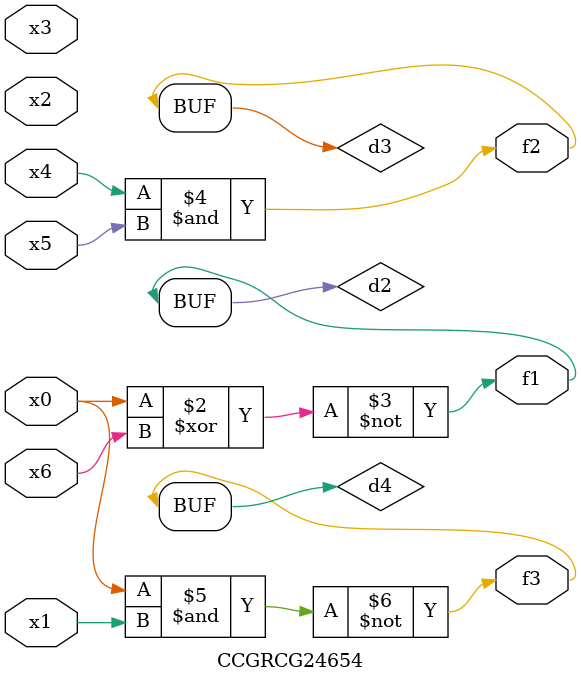
<source format=v>
module CCGRCG24654(
	input x0, x1, x2, x3, x4, x5, x6,
	output f1, f2, f3
);

	wire d1, d2, d3, d4;

	nor (d1, x0);
	xnor (d2, x0, x6);
	and (d3, x4, x5);
	nand (d4, x0, x1);
	assign f1 = d2;
	assign f2 = d3;
	assign f3 = d4;
endmodule

</source>
